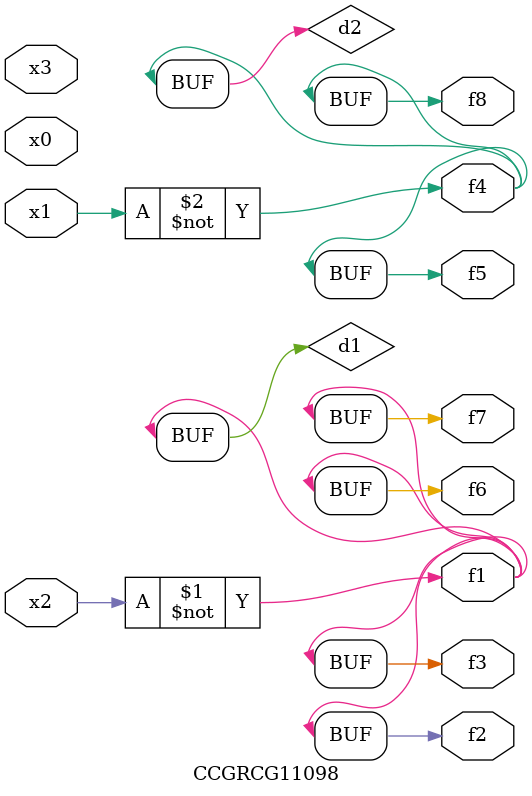
<source format=v>
module CCGRCG11098(
	input x0, x1, x2, x3,
	output f1, f2, f3, f4, f5, f6, f7, f8
);

	wire d1, d2;

	xnor (d1, x2);
	not (d2, x1);
	assign f1 = d1;
	assign f2 = d1;
	assign f3 = d1;
	assign f4 = d2;
	assign f5 = d2;
	assign f6 = d1;
	assign f7 = d1;
	assign f8 = d2;
endmodule

</source>
